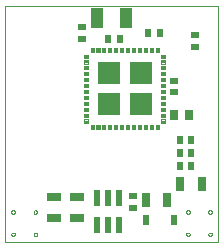
<source format=gbp>
G75*
%MOIN*%
%OFA0B0*%
%FSLAX25Y25*%
%IPPOS*%
%LPD*%
%AMOC8*
5,1,8,0,0,1.08239X$1,22.5*
%
%ADD10C,0.00000*%
%ADD11R,0.07520X0.07520*%
%ADD12C,0.00344*%
%ADD13R,0.02362X0.02756*%
%ADD14R,0.03937X0.06693*%
%ADD15R,0.02756X0.02362*%
%ADD16R,0.02756X0.03543*%
%ADD17R,0.04724X0.03150*%
%ADD18R,0.03150X0.04724*%
%ADD19R,0.02323X0.05709*%
%ADD20R,0.02480X0.03268*%
D10*
X0029368Y0008145D02*
X0029368Y0086885D01*
X0100234Y0086885D01*
X0100234Y0008145D01*
X0029368Y0008145D01*
X0031375Y0010743D02*
X0031377Y0010791D01*
X0031383Y0010839D01*
X0031393Y0010886D01*
X0031406Y0010932D01*
X0031424Y0010977D01*
X0031444Y0011021D01*
X0031469Y0011063D01*
X0031497Y0011102D01*
X0031527Y0011139D01*
X0031561Y0011173D01*
X0031598Y0011205D01*
X0031636Y0011234D01*
X0031677Y0011259D01*
X0031720Y0011281D01*
X0031765Y0011299D01*
X0031811Y0011313D01*
X0031858Y0011324D01*
X0031906Y0011331D01*
X0031954Y0011334D01*
X0032002Y0011333D01*
X0032050Y0011328D01*
X0032098Y0011319D01*
X0032144Y0011307D01*
X0032189Y0011290D01*
X0032233Y0011270D01*
X0032275Y0011247D01*
X0032315Y0011220D01*
X0032353Y0011190D01*
X0032388Y0011157D01*
X0032420Y0011121D01*
X0032450Y0011083D01*
X0032476Y0011042D01*
X0032498Y0010999D01*
X0032518Y0010955D01*
X0032533Y0010910D01*
X0032545Y0010863D01*
X0032553Y0010815D01*
X0032557Y0010767D01*
X0032557Y0010719D01*
X0032553Y0010671D01*
X0032545Y0010623D01*
X0032533Y0010576D01*
X0032518Y0010531D01*
X0032498Y0010487D01*
X0032476Y0010444D01*
X0032450Y0010403D01*
X0032420Y0010365D01*
X0032388Y0010329D01*
X0032353Y0010296D01*
X0032315Y0010266D01*
X0032275Y0010239D01*
X0032233Y0010216D01*
X0032189Y0010196D01*
X0032144Y0010179D01*
X0032098Y0010167D01*
X0032050Y0010158D01*
X0032002Y0010153D01*
X0031954Y0010152D01*
X0031906Y0010155D01*
X0031858Y0010162D01*
X0031811Y0010173D01*
X0031765Y0010187D01*
X0031720Y0010205D01*
X0031677Y0010227D01*
X0031636Y0010252D01*
X0031598Y0010281D01*
X0031561Y0010313D01*
X0031527Y0010347D01*
X0031497Y0010384D01*
X0031469Y0010423D01*
X0031444Y0010465D01*
X0031424Y0010509D01*
X0031406Y0010554D01*
X0031393Y0010600D01*
X0031383Y0010647D01*
X0031377Y0010695D01*
X0031375Y0010743D01*
X0038777Y0010743D02*
X0038779Y0010791D01*
X0038785Y0010839D01*
X0038795Y0010886D01*
X0038808Y0010932D01*
X0038826Y0010977D01*
X0038846Y0011021D01*
X0038871Y0011063D01*
X0038899Y0011102D01*
X0038929Y0011139D01*
X0038963Y0011173D01*
X0039000Y0011205D01*
X0039038Y0011234D01*
X0039079Y0011259D01*
X0039122Y0011281D01*
X0039167Y0011299D01*
X0039213Y0011313D01*
X0039260Y0011324D01*
X0039308Y0011331D01*
X0039356Y0011334D01*
X0039404Y0011333D01*
X0039452Y0011328D01*
X0039500Y0011319D01*
X0039546Y0011307D01*
X0039591Y0011290D01*
X0039635Y0011270D01*
X0039677Y0011247D01*
X0039717Y0011220D01*
X0039755Y0011190D01*
X0039790Y0011157D01*
X0039822Y0011121D01*
X0039852Y0011083D01*
X0039878Y0011042D01*
X0039900Y0010999D01*
X0039920Y0010955D01*
X0039935Y0010910D01*
X0039947Y0010863D01*
X0039955Y0010815D01*
X0039959Y0010767D01*
X0039959Y0010719D01*
X0039955Y0010671D01*
X0039947Y0010623D01*
X0039935Y0010576D01*
X0039920Y0010531D01*
X0039900Y0010487D01*
X0039878Y0010444D01*
X0039852Y0010403D01*
X0039822Y0010365D01*
X0039790Y0010329D01*
X0039755Y0010296D01*
X0039717Y0010266D01*
X0039677Y0010239D01*
X0039635Y0010216D01*
X0039591Y0010196D01*
X0039546Y0010179D01*
X0039500Y0010167D01*
X0039452Y0010158D01*
X0039404Y0010153D01*
X0039356Y0010152D01*
X0039308Y0010155D01*
X0039260Y0010162D01*
X0039213Y0010173D01*
X0039167Y0010187D01*
X0039122Y0010205D01*
X0039079Y0010227D01*
X0039038Y0010252D01*
X0039000Y0010281D01*
X0038963Y0010313D01*
X0038929Y0010347D01*
X0038899Y0010384D01*
X0038871Y0010423D01*
X0038846Y0010465D01*
X0038826Y0010509D01*
X0038808Y0010554D01*
X0038795Y0010600D01*
X0038785Y0010647D01*
X0038779Y0010695D01*
X0038777Y0010743D01*
X0038777Y0018145D02*
X0038779Y0018193D01*
X0038785Y0018241D01*
X0038795Y0018288D01*
X0038808Y0018334D01*
X0038826Y0018379D01*
X0038846Y0018423D01*
X0038871Y0018465D01*
X0038899Y0018504D01*
X0038929Y0018541D01*
X0038963Y0018575D01*
X0039000Y0018607D01*
X0039038Y0018636D01*
X0039079Y0018661D01*
X0039122Y0018683D01*
X0039167Y0018701D01*
X0039213Y0018715D01*
X0039260Y0018726D01*
X0039308Y0018733D01*
X0039356Y0018736D01*
X0039404Y0018735D01*
X0039452Y0018730D01*
X0039500Y0018721D01*
X0039546Y0018709D01*
X0039591Y0018692D01*
X0039635Y0018672D01*
X0039677Y0018649D01*
X0039717Y0018622D01*
X0039755Y0018592D01*
X0039790Y0018559D01*
X0039822Y0018523D01*
X0039852Y0018485D01*
X0039878Y0018444D01*
X0039900Y0018401D01*
X0039920Y0018357D01*
X0039935Y0018312D01*
X0039947Y0018265D01*
X0039955Y0018217D01*
X0039959Y0018169D01*
X0039959Y0018121D01*
X0039955Y0018073D01*
X0039947Y0018025D01*
X0039935Y0017978D01*
X0039920Y0017933D01*
X0039900Y0017889D01*
X0039878Y0017846D01*
X0039852Y0017805D01*
X0039822Y0017767D01*
X0039790Y0017731D01*
X0039755Y0017698D01*
X0039717Y0017668D01*
X0039677Y0017641D01*
X0039635Y0017618D01*
X0039591Y0017598D01*
X0039546Y0017581D01*
X0039500Y0017569D01*
X0039452Y0017560D01*
X0039404Y0017555D01*
X0039356Y0017554D01*
X0039308Y0017557D01*
X0039260Y0017564D01*
X0039213Y0017575D01*
X0039167Y0017589D01*
X0039122Y0017607D01*
X0039079Y0017629D01*
X0039038Y0017654D01*
X0039000Y0017683D01*
X0038963Y0017715D01*
X0038929Y0017749D01*
X0038899Y0017786D01*
X0038871Y0017825D01*
X0038846Y0017867D01*
X0038826Y0017911D01*
X0038808Y0017956D01*
X0038795Y0018002D01*
X0038785Y0018049D01*
X0038779Y0018097D01*
X0038777Y0018145D01*
X0031375Y0018145D02*
X0031377Y0018193D01*
X0031383Y0018241D01*
X0031393Y0018288D01*
X0031406Y0018334D01*
X0031424Y0018379D01*
X0031444Y0018423D01*
X0031469Y0018465D01*
X0031497Y0018504D01*
X0031527Y0018541D01*
X0031561Y0018575D01*
X0031598Y0018607D01*
X0031636Y0018636D01*
X0031677Y0018661D01*
X0031720Y0018683D01*
X0031765Y0018701D01*
X0031811Y0018715D01*
X0031858Y0018726D01*
X0031906Y0018733D01*
X0031954Y0018736D01*
X0032002Y0018735D01*
X0032050Y0018730D01*
X0032098Y0018721D01*
X0032144Y0018709D01*
X0032189Y0018692D01*
X0032233Y0018672D01*
X0032275Y0018649D01*
X0032315Y0018622D01*
X0032353Y0018592D01*
X0032388Y0018559D01*
X0032420Y0018523D01*
X0032450Y0018485D01*
X0032476Y0018444D01*
X0032498Y0018401D01*
X0032518Y0018357D01*
X0032533Y0018312D01*
X0032545Y0018265D01*
X0032553Y0018217D01*
X0032557Y0018169D01*
X0032557Y0018121D01*
X0032553Y0018073D01*
X0032545Y0018025D01*
X0032533Y0017978D01*
X0032518Y0017933D01*
X0032498Y0017889D01*
X0032476Y0017846D01*
X0032450Y0017805D01*
X0032420Y0017767D01*
X0032388Y0017731D01*
X0032353Y0017698D01*
X0032315Y0017668D01*
X0032275Y0017641D01*
X0032233Y0017618D01*
X0032189Y0017598D01*
X0032144Y0017581D01*
X0032098Y0017569D01*
X0032050Y0017560D01*
X0032002Y0017555D01*
X0031954Y0017554D01*
X0031906Y0017557D01*
X0031858Y0017564D01*
X0031811Y0017575D01*
X0031765Y0017589D01*
X0031720Y0017607D01*
X0031677Y0017629D01*
X0031636Y0017654D01*
X0031598Y0017683D01*
X0031561Y0017715D01*
X0031527Y0017749D01*
X0031497Y0017786D01*
X0031469Y0017825D01*
X0031444Y0017867D01*
X0031424Y0017911D01*
X0031406Y0017956D01*
X0031393Y0018002D01*
X0031383Y0018049D01*
X0031377Y0018097D01*
X0031375Y0018145D01*
X0089643Y0018145D02*
X0089645Y0018193D01*
X0089651Y0018241D01*
X0089661Y0018288D01*
X0089674Y0018334D01*
X0089692Y0018379D01*
X0089712Y0018423D01*
X0089737Y0018465D01*
X0089765Y0018504D01*
X0089795Y0018541D01*
X0089829Y0018575D01*
X0089866Y0018607D01*
X0089904Y0018636D01*
X0089945Y0018661D01*
X0089988Y0018683D01*
X0090033Y0018701D01*
X0090079Y0018715D01*
X0090126Y0018726D01*
X0090174Y0018733D01*
X0090222Y0018736D01*
X0090270Y0018735D01*
X0090318Y0018730D01*
X0090366Y0018721D01*
X0090412Y0018709D01*
X0090457Y0018692D01*
X0090501Y0018672D01*
X0090543Y0018649D01*
X0090583Y0018622D01*
X0090621Y0018592D01*
X0090656Y0018559D01*
X0090688Y0018523D01*
X0090718Y0018485D01*
X0090744Y0018444D01*
X0090766Y0018401D01*
X0090786Y0018357D01*
X0090801Y0018312D01*
X0090813Y0018265D01*
X0090821Y0018217D01*
X0090825Y0018169D01*
X0090825Y0018121D01*
X0090821Y0018073D01*
X0090813Y0018025D01*
X0090801Y0017978D01*
X0090786Y0017933D01*
X0090766Y0017889D01*
X0090744Y0017846D01*
X0090718Y0017805D01*
X0090688Y0017767D01*
X0090656Y0017731D01*
X0090621Y0017698D01*
X0090583Y0017668D01*
X0090543Y0017641D01*
X0090501Y0017618D01*
X0090457Y0017598D01*
X0090412Y0017581D01*
X0090366Y0017569D01*
X0090318Y0017560D01*
X0090270Y0017555D01*
X0090222Y0017554D01*
X0090174Y0017557D01*
X0090126Y0017564D01*
X0090079Y0017575D01*
X0090033Y0017589D01*
X0089988Y0017607D01*
X0089945Y0017629D01*
X0089904Y0017654D01*
X0089866Y0017683D01*
X0089829Y0017715D01*
X0089795Y0017749D01*
X0089765Y0017786D01*
X0089737Y0017825D01*
X0089712Y0017867D01*
X0089692Y0017911D01*
X0089674Y0017956D01*
X0089661Y0018002D01*
X0089651Y0018049D01*
X0089645Y0018097D01*
X0089643Y0018145D01*
X0097044Y0018145D02*
X0097046Y0018193D01*
X0097052Y0018241D01*
X0097062Y0018288D01*
X0097075Y0018334D01*
X0097093Y0018379D01*
X0097113Y0018423D01*
X0097138Y0018465D01*
X0097166Y0018504D01*
X0097196Y0018541D01*
X0097230Y0018575D01*
X0097267Y0018607D01*
X0097305Y0018636D01*
X0097346Y0018661D01*
X0097389Y0018683D01*
X0097434Y0018701D01*
X0097480Y0018715D01*
X0097527Y0018726D01*
X0097575Y0018733D01*
X0097623Y0018736D01*
X0097671Y0018735D01*
X0097719Y0018730D01*
X0097767Y0018721D01*
X0097813Y0018709D01*
X0097858Y0018692D01*
X0097902Y0018672D01*
X0097944Y0018649D01*
X0097984Y0018622D01*
X0098022Y0018592D01*
X0098057Y0018559D01*
X0098089Y0018523D01*
X0098119Y0018485D01*
X0098145Y0018444D01*
X0098167Y0018401D01*
X0098187Y0018357D01*
X0098202Y0018312D01*
X0098214Y0018265D01*
X0098222Y0018217D01*
X0098226Y0018169D01*
X0098226Y0018121D01*
X0098222Y0018073D01*
X0098214Y0018025D01*
X0098202Y0017978D01*
X0098187Y0017933D01*
X0098167Y0017889D01*
X0098145Y0017846D01*
X0098119Y0017805D01*
X0098089Y0017767D01*
X0098057Y0017731D01*
X0098022Y0017698D01*
X0097984Y0017668D01*
X0097944Y0017641D01*
X0097902Y0017618D01*
X0097858Y0017598D01*
X0097813Y0017581D01*
X0097767Y0017569D01*
X0097719Y0017560D01*
X0097671Y0017555D01*
X0097623Y0017554D01*
X0097575Y0017557D01*
X0097527Y0017564D01*
X0097480Y0017575D01*
X0097434Y0017589D01*
X0097389Y0017607D01*
X0097346Y0017629D01*
X0097305Y0017654D01*
X0097267Y0017683D01*
X0097230Y0017715D01*
X0097196Y0017749D01*
X0097166Y0017786D01*
X0097138Y0017825D01*
X0097113Y0017867D01*
X0097093Y0017911D01*
X0097075Y0017956D01*
X0097062Y0018002D01*
X0097052Y0018049D01*
X0097046Y0018097D01*
X0097044Y0018145D01*
X0097044Y0010743D02*
X0097046Y0010791D01*
X0097052Y0010839D01*
X0097062Y0010886D01*
X0097075Y0010932D01*
X0097093Y0010977D01*
X0097113Y0011021D01*
X0097138Y0011063D01*
X0097166Y0011102D01*
X0097196Y0011139D01*
X0097230Y0011173D01*
X0097267Y0011205D01*
X0097305Y0011234D01*
X0097346Y0011259D01*
X0097389Y0011281D01*
X0097434Y0011299D01*
X0097480Y0011313D01*
X0097527Y0011324D01*
X0097575Y0011331D01*
X0097623Y0011334D01*
X0097671Y0011333D01*
X0097719Y0011328D01*
X0097767Y0011319D01*
X0097813Y0011307D01*
X0097858Y0011290D01*
X0097902Y0011270D01*
X0097944Y0011247D01*
X0097984Y0011220D01*
X0098022Y0011190D01*
X0098057Y0011157D01*
X0098089Y0011121D01*
X0098119Y0011083D01*
X0098145Y0011042D01*
X0098167Y0010999D01*
X0098187Y0010955D01*
X0098202Y0010910D01*
X0098214Y0010863D01*
X0098222Y0010815D01*
X0098226Y0010767D01*
X0098226Y0010719D01*
X0098222Y0010671D01*
X0098214Y0010623D01*
X0098202Y0010576D01*
X0098187Y0010531D01*
X0098167Y0010487D01*
X0098145Y0010444D01*
X0098119Y0010403D01*
X0098089Y0010365D01*
X0098057Y0010329D01*
X0098022Y0010296D01*
X0097984Y0010266D01*
X0097944Y0010239D01*
X0097902Y0010216D01*
X0097858Y0010196D01*
X0097813Y0010179D01*
X0097767Y0010167D01*
X0097719Y0010158D01*
X0097671Y0010153D01*
X0097623Y0010152D01*
X0097575Y0010155D01*
X0097527Y0010162D01*
X0097480Y0010173D01*
X0097434Y0010187D01*
X0097389Y0010205D01*
X0097346Y0010227D01*
X0097305Y0010252D01*
X0097267Y0010281D01*
X0097230Y0010313D01*
X0097196Y0010347D01*
X0097166Y0010384D01*
X0097138Y0010423D01*
X0097113Y0010465D01*
X0097093Y0010509D01*
X0097075Y0010554D01*
X0097062Y0010600D01*
X0097052Y0010647D01*
X0097046Y0010695D01*
X0097044Y0010743D01*
X0089643Y0010743D02*
X0089645Y0010791D01*
X0089651Y0010839D01*
X0089661Y0010886D01*
X0089674Y0010932D01*
X0089692Y0010977D01*
X0089712Y0011021D01*
X0089737Y0011063D01*
X0089765Y0011102D01*
X0089795Y0011139D01*
X0089829Y0011173D01*
X0089866Y0011205D01*
X0089904Y0011234D01*
X0089945Y0011259D01*
X0089988Y0011281D01*
X0090033Y0011299D01*
X0090079Y0011313D01*
X0090126Y0011324D01*
X0090174Y0011331D01*
X0090222Y0011334D01*
X0090270Y0011333D01*
X0090318Y0011328D01*
X0090366Y0011319D01*
X0090412Y0011307D01*
X0090457Y0011290D01*
X0090501Y0011270D01*
X0090543Y0011247D01*
X0090583Y0011220D01*
X0090621Y0011190D01*
X0090656Y0011157D01*
X0090688Y0011121D01*
X0090718Y0011083D01*
X0090744Y0011042D01*
X0090766Y0010999D01*
X0090786Y0010955D01*
X0090801Y0010910D01*
X0090813Y0010863D01*
X0090821Y0010815D01*
X0090825Y0010767D01*
X0090825Y0010719D01*
X0090821Y0010671D01*
X0090813Y0010623D01*
X0090801Y0010576D01*
X0090786Y0010531D01*
X0090766Y0010487D01*
X0090744Y0010444D01*
X0090718Y0010403D01*
X0090688Y0010365D01*
X0090656Y0010329D01*
X0090621Y0010296D01*
X0090583Y0010266D01*
X0090543Y0010239D01*
X0090501Y0010216D01*
X0090457Y0010196D01*
X0090412Y0010179D01*
X0090366Y0010167D01*
X0090318Y0010158D01*
X0090270Y0010153D01*
X0090222Y0010152D01*
X0090174Y0010155D01*
X0090126Y0010162D01*
X0090079Y0010173D01*
X0090033Y0010187D01*
X0089988Y0010205D01*
X0089945Y0010227D01*
X0089904Y0010252D01*
X0089866Y0010281D01*
X0089829Y0010313D01*
X0089795Y0010347D01*
X0089765Y0010384D01*
X0089737Y0010423D01*
X0089712Y0010465D01*
X0089692Y0010509D01*
X0089674Y0010554D01*
X0089661Y0010600D01*
X0089651Y0010647D01*
X0089645Y0010695D01*
X0089643Y0010743D01*
D11*
X0074446Y0054011D03*
X0063817Y0054011D03*
X0063817Y0064641D03*
X0074446Y0064641D03*
D12*
X0081272Y0063730D02*
X0082700Y0063730D01*
X0081272Y0063730D02*
X0081272Y0064764D01*
X0082700Y0064764D01*
X0082700Y0063730D01*
X0082700Y0064073D02*
X0081272Y0064073D01*
X0081272Y0064416D02*
X0082700Y0064416D01*
X0082700Y0064759D02*
X0081272Y0064759D01*
X0081272Y0065699D02*
X0082700Y0065699D01*
X0081272Y0065699D02*
X0081272Y0066733D01*
X0082700Y0066733D01*
X0082700Y0065699D01*
X0082700Y0066042D02*
X0081272Y0066042D01*
X0081272Y0066385D02*
X0082700Y0066385D01*
X0082700Y0066728D02*
X0081272Y0066728D01*
X0081272Y0067667D02*
X0082700Y0067667D01*
X0081272Y0067667D02*
X0081272Y0068701D01*
X0082700Y0068701D01*
X0082700Y0067667D01*
X0082700Y0068010D02*
X0081272Y0068010D01*
X0081272Y0068353D02*
X0082700Y0068353D01*
X0082700Y0068696D02*
X0081272Y0068696D01*
X0081272Y0069636D02*
X0082700Y0069636D01*
X0081272Y0069636D02*
X0081272Y0070670D01*
X0082700Y0070670D01*
X0082700Y0069636D01*
X0082700Y0069979D02*
X0081272Y0069979D01*
X0081272Y0070322D02*
X0082700Y0070322D01*
X0082700Y0070665D02*
X0081272Y0070665D01*
X0080475Y0071466D02*
X0080475Y0072894D01*
X0080475Y0071466D02*
X0079441Y0071466D01*
X0079441Y0072894D01*
X0080475Y0072894D01*
X0080475Y0071809D02*
X0079441Y0071809D01*
X0079441Y0072152D02*
X0080475Y0072152D01*
X0080475Y0072495D02*
X0079441Y0072495D01*
X0079441Y0072838D02*
X0080475Y0072838D01*
X0078507Y0072894D02*
X0078507Y0071466D01*
X0077473Y0071466D01*
X0077473Y0072894D01*
X0078507Y0072894D01*
X0078507Y0071809D02*
X0077473Y0071809D01*
X0077473Y0072152D02*
X0078507Y0072152D01*
X0078507Y0072495D02*
X0077473Y0072495D01*
X0077473Y0072838D02*
X0078507Y0072838D01*
X0076538Y0072894D02*
X0076538Y0071466D01*
X0075504Y0071466D01*
X0075504Y0072894D01*
X0076538Y0072894D01*
X0076538Y0071809D02*
X0075504Y0071809D01*
X0075504Y0072152D02*
X0076538Y0072152D01*
X0076538Y0072495D02*
X0075504Y0072495D01*
X0075504Y0072838D02*
X0076538Y0072838D01*
X0074570Y0072894D02*
X0074570Y0071466D01*
X0073536Y0071466D01*
X0073536Y0072894D01*
X0074570Y0072894D01*
X0074570Y0071809D02*
X0073536Y0071809D01*
X0073536Y0072152D02*
X0074570Y0072152D01*
X0074570Y0072495D02*
X0073536Y0072495D01*
X0073536Y0072838D02*
X0074570Y0072838D01*
X0072601Y0072894D02*
X0072601Y0071466D01*
X0071567Y0071466D01*
X0071567Y0072894D01*
X0072601Y0072894D01*
X0072601Y0071809D02*
X0071567Y0071809D01*
X0071567Y0072152D02*
X0072601Y0072152D01*
X0072601Y0072495D02*
X0071567Y0072495D01*
X0071567Y0072838D02*
X0072601Y0072838D01*
X0070633Y0072894D02*
X0070633Y0071466D01*
X0069599Y0071466D01*
X0069599Y0072894D01*
X0070633Y0072894D01*
X0070633Y0071809D02*
X0069599Y0071809D01*
X0069599Y0072152D02*
X0070633Y0072152D01*
X0070633Y0072495D02*
X0069599Y0072495D01*
X0069599Y0072838D02*
X0070633Y0072838D01*
X0068664Y0072894D02*
X0068664Y0071466D01*
X0067630Y0071466D01*
X0067630Y0072894D01*
X0068664Y0072894D01*
X0068664Y0071809D02*
X0067630Y0071809D01*
X0067630Y0072152D02*
X0068664Y0072152D01*
X0068664Y0072495D02*
X0067630Y0072495D01*
X0067630Y0072838D02*
X0068664Y0072838D01*
X0066696Y0072894D02*
X0066696Y0071466D01*
X0065662Y0071466D01*
X0065662Y0072894D01*
X0066696Y0072894D01*
X0066696Y0071809D02*
X0065662Y0071809D01*
X0065662Y0072152D02*
X0066696Y0072152D01*
X0066696Y0072495D02*
X0065662Y0072495D01*
X0065662Y0072838D02*
X0066696Y0072838D01*
X0064727Y0072894D02*
X0064727Y0071466D01*
X0063693Y0071466D01*
X0063693Y0072894D01*
X0064727Y0072894D01*
X0064727Y0071809D02*
X0063693Y0071809D01*
X0063693Y0072152D02*
X0064727Y0072152D01*
X0064727Y0072495D02*
X0063693Y0072495D01*
X0063693Y0072838D02*
X0064727Y0072838D01*
X0062759Y0072894D02*
X0062759Y0071466D01*
X0061725Y0071466D01*
X0061725Y0072894D01*
X0062759Y0072894D01*
X0062759Y0071809D02*
X0061725Y0071809D01*
X0061725Y0072152D02*
X0062759Y0072152D01*
X0062759Y0072495D02*
X0061725Y0072495D01*
X0061725Y0072838D02*
X0062759Y0072838D01*
X0060790Y0072894D02*
X0060790Y0071466D01*
X0059756Y0071466D01*
X0059756Y0072894D01*
X0060790Y0072894D01*
X0060790Y0071809D02*
X0059756Y0071809D01*
X0059756Y0072152D02*
X0060790Y0072152D01*
X0060790Y0072495D02*
X0059756Y0072495D01*
X0059756Y0072838D02*
X0060790Y0072838D01*
X0058822Y0072894D02*
X0058822Y0071466D01*
X0057788Y0071466D01*
X0057788Y0072894D01*
X0058822Y0072894D01*
X0058822Y0071809D02*
X0057788Y0071809D01*
X0057788Y0072152D02*
X0058822Y0072152D01*
X0058822Y0072495D02*
X0057788Y0072495D01*
X0057788Y0072838D02*
X0058822Y0072838D01*
X0056991Y0070670D02*
X0055563Y0070670D01*
X0056991Y0070670D02*
X0056991Y0069636D01*
X0055563Y0069636D01*
X0055563Y0070670D01*
X0055563Y0069979D02*
X0056991Y0069979D01*
X0056991Y0070322D02*
X0055563Y0070322D01*
X0055563Y0070665D02*
X0056991Y0070665D01*
X0056991Y0068701D02*
X0055563Y0068701D01*
X0056991Y0068701D02*
X0056991Y0067667D01*
X0055563Y0067667D01*
X0055563Y0068701D01*
X0055563Y0068010D02*
X0056991Y0068010D01*
X0056991Y0068353D02*
X0055563Y0068353D01*
X0055563Y0068696D02*
X0056991Y0068696D01*
X0056991Y0066733D02*
X0055563Y0066733D01*
X0056991Y0066733D02*
X0056991Y0065699D01*
X0055563Y0065699D01*
X0055563Y0066733D01*
X0055563Y0066042D02*
X0056991Y0066042D01*
X0056991Y0066385D02*
X0055563Y0066385D01*
X0055563Y0066728D02*
X0056991Y0066728D01*
X0056991Y0064764D02*
X0055563Y0064764D01*
X0056991Y0064764D02*
X0056991Y0063730D01*
X0055563Y0063730D01*
X0055563Y0064764D01*
X0055563Y0064073D02*
X0056991Y0064073D01*
X0056991Y0064416D02*
X0055563Y0064416D01*
X0055563Y0064759D02*
X0056991Y0064759D01*
X0056991Y0062796D02*
X0055563Y0062796D01*
X0056991Y0062796D02*
X0056991Y0061762D01*
X0055563Y0061762D01*
X0055563Y0062796D01*
X0055563Y0062105D02*
X0056991Y0062105D01*
X0056991Y0062448D02*
X0055563Y0062448D01*
X0055563Y0062791D02*
X0056991Y0062791D01*
X0056991Y0060827D02*
X0055563Y0060827D01*
X0056991Y0060827D02*
X0056991Y0059793D01*
X0055563Y0059793D01*
X0055563Y0060827D01*
X0055563Y0060136D02*
X0056991Y0060136D01*
X0056991Y0060479D02*
X0055563Y0060479D01*
X0055563Y0060822D02*
X0056991Y0060822D01*
X0056991Y0058859D02*
X0055563Y0058859D01*
X0056991Y0058859D02*
X0056991Y0057825D01*
X0055563Y0057825D01*
X0055563Y0058859D01*
X0055563Y0058168D02*
X0056991Y0058168D01*
X0056991Y0058511D02*
X0055563Y0058511D01*
X0055563Y0058854D02*
X0056991Y0058854D01*
X0056991Y0056890D02*
X0055563Y0056890D01*
X0056991Y0056890D02*
X0056991Y0055856D01*
X0055563Y0055856D01*
X0055563Y0056890D01*
X0055563Y0056199D02*
X0056991Y0056199D01*
X0056991Y0056542D02*
X0055563Y0056542D01*
X0055563Y0056885D02*
X0056991Y0056885D01*
X0056991Y0054922D02*
X0055563Y0054922D01*
X0056991Y0054922D02*
X0056991Y0053888D01*
X0055563Y0053888D01*
X0055563Y0054922D01*
X0055563Y0054231D02*
X0056991Y0054231D01*
X0056991Y0054574D02*
X0055563Y0054574D01*
X0055563Y0054917D02*
X0056991Y0054917D01*
X0056991Y0052953D02*
X0055563Y0052953D01*
X0056991Y0052953D02*
X0056991Y0051919D01*
X0055563Y0051919D01*
X0055563Y0052953D01*
X0055563Y0052262D02*
X0056991Y0052262D01*
X0056991Y0052605D02*
X0055563Y0052605D01*
X0055563Y0052948D02*
X0056991Y0052948D01*
X0056991Y0050985D02*
X0055563Y0050985D01*
X0056991Y0050985D02*
X0056991Y0049951D01*
X0055563Y0049951D01*
X0055563Y0050985D01*
X0055563Y0050294D02*
X0056991Y0050294D01*
X0056991Y0050637D02*
X0055563Y0050637D01*
X0055563Y0050980D02*
X0056991Y0050980D01*
X0056991Y0049016D02*
X0055563Y0049016D01*
X0056991Y0049016D02*
X0056991Y0047982D01*
X0055563Y0047982D01*
X0055563Y0049016D01*
X0055563Y0048325D02*
X0056991Y0048325D01*
X0056991Y0048668D02*
X0055563Y0048668D01*
X0055563Y0049011D02*
X0056991Y0049011D01*
X0057788Y0047186D02*
X0057788Y0045758D01*
X0057788Y0047186D02*
X0058822Y0047186D01*
X0058822Y0045758D01*
X0057788Y0045758D01*
X0057788Y0046101D02*
X0058822Y0046101D01*
X0058822Y0046444D02*
X0057788Y0046444D01*
X0057788Y0046787D02*
X0058822Y0046787D01*
X0058822Y0047130D02*
X0057788Y0047130D01*
X0059756Y0047186D02*
X0059756Y0045758D01*
X0059756Y0047186D02*
X0060790Y0047186D01*
X0060790Y0045758D01*
X0059756Y0045758D01*
X0059756Y0046101D02*
X0060790Y0046101D01*
X0060790Y0046444D02*
X0059756Y0046444D01*
X0059756Y0046787D02*
X0060790Y0046787D01*
X0060790Y0047130D02*
X0059756Y0047130D01*
X0061725Y0047186D02*
X0061725Y0045758D01*
X0061725Y0047186D02*
X0062759Y0047186D01*
X0062759Y0045758D01*
X0061725Y0045758D01*
X0061725Y0046101D02*
X0062759Y0046101D01*
X0062759Y0046444D02*
X0061725Y0046444D01*
X0061725Y0046787D02*
X0062759Y0046787D01*
X0062759Y0047130D02*
X0061725Y0047130D01*
X0063693Y0047186D02*
X0063693Y0045758D01*
X0063693Y0047186D02*
X0064727Y0047186D01*
X0064727Y0045758D01*
X0063693Y0045758D01*
X0063693Y0046101D02*
X0064727Y0046101D01*
X0064727Y0046444D02*
X0063693Y0046444D01*
X0063693Y0046787D02*
X0064727Y0046787D01*
X0064727Y0047130D02*
X0063693Y0047130D01*
X0065662Y0047186D02*
X0065662Y0045758D01*
X0065662Y0047186D02*
X0066696Y0047186D01*
X0066696Y0045758D01*
X0065662Y0045758D01*
X0065662Y0046101D02*
X0066696Y0046101D01*
X0066696Y0046444D02*
X0065662Y0046444D01*
X0065662Y0046787D02*
X0066696Y0046787D01*
X0066696Y0047130D02*
X0065662Y0047130D01*
X0067630Y0047186D02*
X0067630Y0045758D01*
X0067630Y0047186D02*
X0068664Y0047186D01*
X0068664Y0045758D01*
X0067630Y0045758D01*
X0067630Y0046101D02*
X0068664Y0046101D01*
X0068664Y0046444D02*
X0067630Y0046444D01*
X0067630Y0046787D02*
X0068664Y0046787D01*
X0068664Y0047130D02*
X0067630Y0047130D01*
X0069599Y0047186D02*
X0069599Y0045758D01*
X0069599Y0047186D02*
X0070633Y0047186D01*
X0070633Y0045758D01*
X0069599Y0045758D01*
X0069599Y0046101D02*
X0070633Y0046101D01*
X0070633Y0046444D02*
X0069599Y0046444D01*
X0069599Y0046787D02*
X0070633Y0046787D01*
X0070633Y0047130D02*
X0069599Y0047130D01*
X0071567Y0047186D02*
X0071567Y0045758D01*
X0071567Y0047186D02*
X0072601Y0047186D01*
X0072601Y0045758D01*
X0071567Y0045758D01*
X0071567Y0046101D02*
X0072601Y0046101D01*
X0072601Y0046444D02*
X0071567Y0046444D01*
X0071567Y0046787D02*
X0072601Y0046787D01*
X0072601Y0047130D02*
X0071567Y0047130D01*
X0073536Y0047186D02*
X0073536Y0045758D01*
X0073536Y0047186D02*
X0074570Y0047186D01*
X0074570Y0045758D01*
X0073536Y0045758D01*
X0073536Y0046101D02*
X0074570Y0046101D01*
X0074570Y0046444D02*
X0073536Y0046444D01*
X0073536Y0046787D02*
X0074570Y0046787D01*
X0074570Y0047130D02*
X0073536Y0047130D01*
X0075504Y0047186D02*
X0075504Y0045758D01*
X0075504Y0047186D02*
X0076538Y0047186D01*
X0076538Y0045758D01*
X0075504Y0045758D01*
X0075504Y0046101D02*
X0076538Y0046101D01*
X0076538Y0046444D02*
X0075504Y0046444D01*
X0075504Y0046787D02*
X0076538Y0046787D01*
X0076538Y0047130D02*
X0075504Y0047130D01*
X0077473Y0047186D02*
X0077473Y0045758D01*
X0077473Y0047186D02*
X0078507Y0047186D01*
X0078507Y0045758D01*
X0077473Y0045758D01*
X0077473Y0046101D02*
X0078507Y0046101D01*
X0078507Y0046444D02*
X0077473Y0046444D01*
X0077473Y0046787D02*
X0078507Y0046787D01*
X0078507Y0047130D02*
X0077473Y0047130D01*
X0079441Y0047186D02*
X0079441Y0045758D01*
X0079441Y0047186D02*
X0080475Y0047186D01*
X0080475Y0045758D01*
X0079441Y0045758D01*
X0079441Y0046101D02*
X0080475Y0046101D01*
X0080475Y0046444D02*
X0079441Y0046444D01*
X0079441Y0046787D02*
X0080475Y0046787D01*
X0080475Y0047130D02*
X0079441Y0047130D01*
X0081272Y0047982D02*
X0082700Y0047982D01*
X0081272Y0047982D02*
X0081272Y0049016D01*
X0082700Y0049016D01*
X0082700Y0047982D01*
X0082700Y0048325D02*
X0081272Y0048325D01*
X0081272Y0048668D02*
X0082700Y0048668D01*
X0082700Y0049011D02*
X0081272Y0049011D01*
X0081272Y0049951D02*
X0082700Y0049951D01*
X0081272Y0049951D02*
X0081272Y0050985D01*
X0082700Y0050985D01*
X0082700Y0049951D01*
X0082700Y0050294D02*
X0081272Y0050294D01*
X0081272Y0050637D02*
X0082700Y0050637D01*
X0082700Y0050980D02*
X0081272Y0050980D01*
X0081272Y0051919D02*
X0082700Y0051919D01*
X0081272Y0051919D02*
X0081272Y0052953D01*
X0082700Y0052953D01*
X0082700Y0051919D01*
X0082700Y0052262D02*
X0081272Y0052262D01*
X0081272Y0052605D02*
X0082700Y0052605D01*
X0082700Y0052948D02*
X0081272Y0052948D01*
X0081272Y0053888D02*
X0082700Y0053888D01*
X0081272Y0053888D02*
X0081272Y0054922D01*
X0082700Y0054922D01*
X0082700Y0053888D01*
X0082700Y0054231D02*
X0081272Y0054231D01*
X0081272Y0054574D02*
X0082700Y0054574D01*
X0082700Y0054917D02*
X0081272Y0054917D01*
X0081272Y0055856D02*
X0082700Y0055856D01*
X0081272Y0055856D02*
X0081272Y0056890D01*
X0082700Y0056890D01*
X0082700Y0055856D01*
X0082700Y0056199D02*
X0081272Y0056199D01*
X0081272Y0056542D02*
X0082700Y0056542D01*
X0082700Y0056885D02*
X0081272Y0056885D01*
X0081272Y0057825D02*
X0082700Y0057825D01*
X0081272Y0057825D02*
X0081272Y0058859D01*
X0082700Y0058859D01*
X0082700Y0057825D01*
X0082700Y0058168D02*
X0081272Y0058168D01*
X0081272Y0058511D02*
X0082700Y0058511D01*
X0082700Y0058854D02*
X0081272Y0058854D01*
X0081272Y0059793D02*
X0082700Y0059793D01*
X0081272Y0059793D02*
X0081272Y0060827D01*
X0082700Y0060827D01*
X0082700Y0059793D01*
X0082700Y0060136D02*
X0081272Y0060136D01*
X0081272Y0060479D02*
X0082700Y0060479D01*
X0082700Y0060822D02*
X0081272Y0060822D01*
X0081272Y0061762D02*
X0082700Y0061762D01*
X0081272Y0061762D02*
X0081272Y0062796D01*
X0082700Y0062796D01*
X0082700Y0061762D01*
X0082700Y0062105D02*
X0081272Y0062105D01*
X0081272Y0062448D02*
X0082700Y0062448D01*
X0082700Y0062791D02*
X0081272Y0062791D01*
D13*
X0067557Y0075861D03*
X0063620Y0075861D03*
X0077006Y0077830D03*
X0080943Y0077830D03*
X0087439Y0042200D03*
X0091376Y0042200D03*
X0091376Y0037712D03*
X0087439Y0037712D03*
X0087439Y0033342D03*
X0091376Y0033342D03*
D14*
X0069722Y0082751D03*
X0059880Y0082751D03*
D15*
X0054958Y0079798D03*
X0054958Y0075861D03*
X0085588Y0062003D03*
X0085588Y0058066D03*
X0092754Y0073106D03*
X0092754Y0077043D03*
X0071887Y0023499D03*
X0071887Y0019562D03*
D16*
X0085470Y0050468D03*
X0090588Y0050468D03*
D17*
X0053383Y0023106D03*
X0045509Y0023106D03*
X0045509Y0016019D03*
X0053383Y0016019D03*
D18*
X0076218Y0022318D03*
X0083305Y0022318D03*
X0087714Y0027436D03*
X0094801Y0027436D03*
D19*
X0067360Y0022928D03*
X0063620Y0022928D03*
X0059880Y0022928D03*
X0059880Y0013834D03*
X0063620Y0013834D03*
X0067360Y0013834D03*
D20*
X0076415Y0015625D03*
X0085470Y0015625D03*
M02*

</source>
